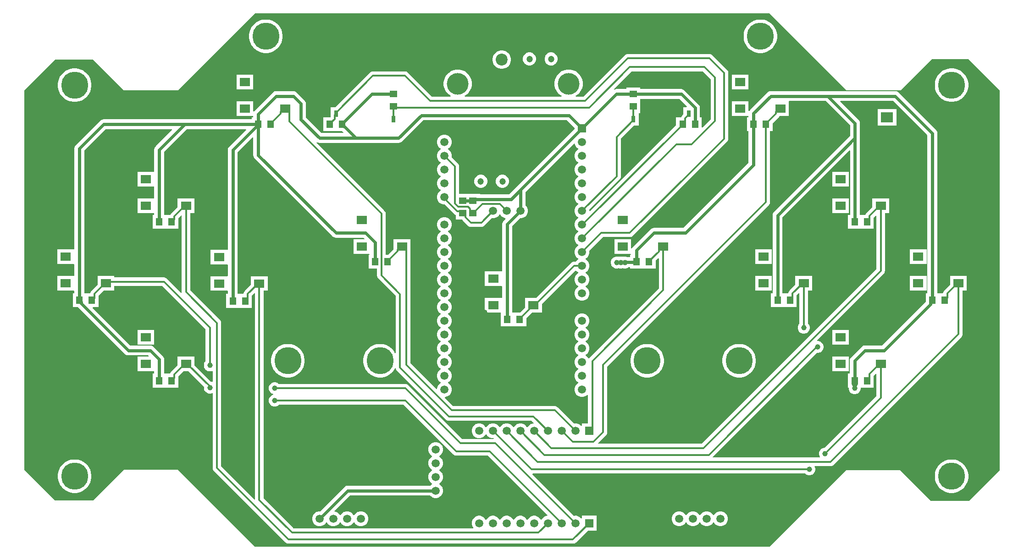
<source format=gtl>
G04*
G04 #@! TF.GenerationSoftware,Altium Limited,Altium Designer,23.0.1 (38)*
G04*
G04 Layer_Physical_Order=1*
G04 Layer_Color=255*
%FSLAX25Y25*%
%MOIN*%
G70*
G04*
G04 #@! TF.SameCoordinates,CBCD5F51-024F-4456-99E9-F8A3691CA7AB*
G04*
G04*
G04 #@! TF.FilePolarity,Positive*
G04*
G01*
G75*
%ADD17R,0.07500X0.05906*%
%ADD18R,0.05000X0.05500*%
%ADD19R,0.05500X0.05000*%
%ADD20R,0.03150X0.04724*%
%ADD35C,0.02362*%
%ADD36C,0.01378*%
%ADD37R,0.05984X0.05984*%
%ADD38C,0.05984*%
%ADD39C,0.04724*%
%ADD40C,0.08661*%
%ADD41R,0.09000X0.07500*%
%ADD42O,0.09000X0.07500*%
%ADD43R,0.05984X0.05984*%
%ADD44C,0.19685*%
%ADD45C,0.15748*%
%ADD46C,0.05000*%
%ADD47C,0.03937*%
G36*
X542176Y388717D02*
X598149Y332744D01*
X637658D01*
Y332754D01*
X660166Y355262D01*
X660172Y355256D01*
X686647D01*
X709300Y332603D01*
X709296Y332599D01*
Y56442D01*
X686993Y34139D01*
X686971Y34161D01*
X659476D01*
Y34208D01*
X637172Y56512D01*
X597911D01*
Y56503D01*
X542156Y747D01*
X542111Y793D01*
X168113D01*
X112129Y56776D01*
X72783D01*
Y56710D01*
X50561Y34487D01*
X50554Y34494D01*
X22797D01*
X507Y56785D01*
X543Y332633D01*
X22834Y354924D01*
X50323D01*
X72652Y332595D01*
X111985D01*
X168129Y388739D01*
X542176D01*
Y388717D01*
D02*
G37*
%LPC*%
G36*
X536461Y384205D02*
X534540D01*
X532642Y383904D01*
X530815Y383311D01*
X529103Y382438D01*
X527549Y381309D01*
X526191Y379951D01*
X525062Y378397D01*
X524190Y376685D01*
X523596Y374858D01*
X523295Y372960D01*
Y371040D01*
X523596Y369142D01*
X524190Y367315D01*
X525062Y365603D01*
X526191Y364049D01*
X527549Y362691D01*
X529103Y361562D01*
X530815Y360689D01*
X532642Y360096D01*
X534540Y359795D01*
X536461D01*
X538358Y360096D01*
X540185Y360689D01*
X541897Y361562D01*
X543451Y362691D01*
X544809Y364049D01*
X545938Y365603D01*
X546811Y367315D01*
X547404Y369142D01*
X547705Y371040D01*
Y372960D01*
X547404Y374858D01*
X546811Y376685D01*
X545938Y378397D01*
X544809Y379951D01*
X543451Y381309D01*
X541897Y382438D01*
X540185Y383311D01*
X538358Y383904D01*
X536461Y384205D01*
D02*
G37*
G36*
X176961D02*
X175040D01*
X173142Y383904D01*
X171315Y383311D01*
X169603Y382438D01*
X168049Y381309D01*
X166691Y379951D01*
X165562Y378397D01*
X164690Y376685D01*
X164096Y374858D01*
X163795Y372960D01*
Y371040D01*
X164096Y369142D01*
X164690Y367315D01*
X165562Y365603D01*
X166691Y364049D01*
X168049Y362691D01*
X169603Y361562D01*
X171315Y360689D01*
X173142Y360096D01*
X175040Y359795D01*
X176961D01*
X178858Y360096D01*
X180685Y360689D01*
X182397Y361562D01*
X183951Y362691D01*
X185309Y364049D01*
X186438Y365603D01*
X187311Y367315D01*
X187904Y369142D01*
X188205Y371040D01*
Y372960D01*
X187904Y374858D01*
X187311Y376685D01*
X186438Y378397D01*
X185309Y379951D01*
X183951Y381309D01*
X182397Y382438D01*
X180685Y383311D01*
X178858Y383904D01*
X176961Y384205D01*
D02*
G37*
G36*
X383991Y360224D02*
X382747D01*
X381545Y359902D01*
X380468Y359280D01*
X379589Y358401D01*
X378967Y357324D01*
X378645Y356122D01*
Y354878D01*
X378967Y353677D01*
X379589Y352599D01*
X380468Y351719D01*
X381545Y351098D01*
X382747Y350776D01*
X383991D01*
X385193Y351098D01*
X386270Y351719D01*
X387150Y352599D01*
X387772Y353677D01*
X388093Y354878D01*
Y356122D01*
X387772Y357324D01*
X387150Y358401D01*
X386270Y359280D01*
X385193Y359902D01*
X383991Y360224D01*
D02*
G37*
G36*
X368243D02*
X366999D01*
X365797Y359902D01*
X364720Y359280D01*
X363841Y358401D01*
X363219Y357324D01*
X362897Y356122D01*
Y354878D01*
X363219Y353677D01*
X363841Y352599D01*
X364720Y351719D01*
X365797Y351098D01*
X366999Y350776D01*
X368243D01*
X369445Y351098D01*
X370522Y351719D01*
X371402Y352599D01*
X372024Y353677D01*
X372345Y354878D01*
Y356122D01*
X372024Y357324D01*
X371402Y358401D01*
X370522Y359280D01*
X369445Y359902D01*
X368243Y360224D01*
D02*
G37*
G36*
X348170Y361693D02*
X346852D01*
X345559Y361436D01*
X344340Y360931D01*
X343244Y360199D01*
X342312Y359266D01*
X341580Y358170D01*
X341075Y356952D01*
X340818Y355659D01*
Y354341D01*
X341075Y353048D01*
X341580Y351830D01*
X342312Y350733D01*
X343244Y349801D01*
X344340Y349069D01*
X345559Y348564D01*
X346852Y348307D01*
X348170D01*
X349463Y348564D01*
X350681Y349069D01*
X351777Y349801D01*
X352710Y350733D01*
X353442Y351830D01*
X353946Y353048D01*
X354204Y354341D01*
Y355659D01*
X353946Y356952D01*
X353442Y358170D01*
X352710Y359266D01*
X351777Y360199D01*
X350681Y360931D01*
X349463Y361436D01*
X348170Y361693D01*
D02*
G37*
G36*
X526844Y343915D02*
X514620D01*
Y333285D01*
X526844D01*
Y343915D01*
D02*
G37*
G36*
X166844D02*
X154620D01*
Y333285D01*
X166844D01*
Y343915D01*
D02*
G37*
G36*
X498500Y359078D02*
X439000D01*
X438203Y358973D01*
X437769Y358792D01*
X437461Y358665D01*
X436824Y358176D01*
X406725Y328078D01*
X401344D01*
X401192Y328577D01*
X402646Y329549D01*
X404072Y330975D01*
X405192Y332651D01*
X405964Y334514D01*
X406357Y336492D01*
Y338508D01*
X405964Y340486D01*
X405192Y342349D01*
X404072Y344025D01*
X402646Y345451D01*
X400970Y346571D01*
X399107Y347343D01*
X397129Y347736D01*
X395113D01*
X393135Y347343D01*
X391272Y346571D01*
X389596Y345451D01*
X388170Y344025D01*
X387050Y342349D01*
X386278Y340486D01*
X385885Y338508D01*
Y336492D01*
X386278Y334514D01*
X387050Y332651D01*
X388170Y330975D01*
X389596Y329549D01*
X391050Y328577D01*
X390898Y328078D01*
X320718D01*
X320566Y328577D01*
X322020Y329549D01*
X323446Y330975D01*
X324566Y332651D01*
X325338Y334514D01*
X325731Y336492D01*
Y338508D01*
X325338Y340486D01*
X324566Y342349D01*
X323446Y344025D01*
X322020Y345451D01*
X320344Y346571D01*
X318481Y347343D01*
X316503Y347736D01*
X314487D01*
X312509Y347343D01*
X310646Y346571D01*
X308970Y345451D01*
X307544Y344025D01*
X306424Y342349D01*
X305652Y340486D01*
X305259Y338508D01*
Y336492D01*
X305652Y334514D01*
X306424Y332651D01*
X307544Y330975D01*
X308970Y329549D01*
X310424Y328577D01*
X310272Y328078D01*
X296775D01*
X279229Y345623D01*
X278592Y346112D01*
X278285Y346239D01*
X277850Y346420D01*
X277053Y346524D01*
X253939D01*
X253142Y346420D01*
X252400Y346112D01*
X251763Y345623D01*
X226585Y320445D01*
X223063D01*
Y315035D01*
X223037Y314835D01*
Y313139D01*
X223010Y313112D01*
X217638D01*
Y302888D01*
X231558D01*
X232410Y302036D01*
X232219Y301574D01*
X216480D01*
X205074Y312980D01*
Y323000D01*
X204952Y323925D01*
X204595Y324787D01*
X204027Y325527D01*
X204027Y325527D01*
X198527Y331027D01*
X197787Y331595D01*
X196925Y331952D01*
X196000Y332074D01*
X183500D01*
X182575Y331952D01*
X181713Y331595D01*
X180973Y331027D01*
X180973Y331027D01*
X167973Y318027D01*
X167405Y317287D01*
X167344Y317141D01*
X166844Y317240D01*
Y324615D01*
X154620D01*
Y313985D01*
X166636Y313985D01*
X166841Y313485D01*
X166637Y313112D01*
X165638D01*
Y311574D01*
X58000D01*
X57075Y311452D01*
X56213Y311095D01*
X55473Y310527D01*
X55473Y310527D01*
X37973Y293027D01*
X37405Y292287D01*
X37048Y291425D01*
X36926Y290500D01*
Y217285D01*
X36612Y216915D01*
X36426Y216915D01*
X24388D01*
Y206285D01*
X36426D01*
X36612Y206285D01*
X36926Y205915D01*
Y197985D01*
X36612Y197615D01*
X36426Y197615D01*
X24388D01*
Y186985D01*
X36426D01*
X36612Y186985D01*
X36926Y186615D01*
Y185112D01*
X35638D01*
Y174888D01*
X39558D01*
X73473Y140973D01*
X74213Y140405D01*
X75075Y140048D01*
X76000Y139926D01*
X76000Y139926D01*
X90520D01*
X90869Y139577D01*
X90677Y139115D01*
X82620D01*
Y128485D01*
X94844D01*
X94926Y128019D01*
Y126612D01*
X93638D01*
Y116388D01*
X112362D01*
Y123111D01*
X112389Y123311D01*
Y124665D01*
X116209Y128485D01*
X119728D01*
X131008Y117206D01*
X130972Y117070D01*
Y115930D01*
X131267Y114828D01*
X131837Y113841D01*
X132643Y113035D01*
X133631Y112464D01*
X134732Y112169D01*
X135872D01*
X136923Y112451D01*
X137101Y112409D01*
X137423Y112223D01*
Y58000D01*
X137527Y57204D01*
X137707Y56769D01*
X137835Y56461D01*
X138324Y55824D01*
X190324Y3824D01*
X190961Y3335D01*
X191269Y3207D01*
X191703Y3027D01*
X192500Y2922D01*
X399126D01*
X399923Y3027D01*
X400357Y3207D01*
X400665Y3335D01*
X401302Y3824D01*
X409998Y12520D01*
X416354D01*
Y23228D01*
X405646D01*
Y21497D01*
X405146Y21301D01*
X404288Y22159D01*
X403067Y22863D01*
X401705Y23228D01*
X400295D01*
X400061Y23166D01*
X369766Y53461D01*
X369957Y53922D01*
X567953D01*
X568341Y53535D01*
X569328Y52964D01*
X570430Y52669D01*
X571570D01*
X572672Y52964D01*
X573659Y53535D01*
X574465Y54341D01*
X575036Y55328D01*
X575331Y56430D01*
Y57570D01*
X575036Y58672D01*
X574852Y58990D01*
X575102Y59422D01*
X586500D01*
X587296Y59527D01*
X587731Y59707D01*
X588039Y59835D01*
X588676Y60324D01*
X681676Y153324D01*
X682165Y153961D01*
X682473Y154703D01*
X682578Y155500D01*
Y186985D01*
X685612D01*
Y197615D01*
X673388D01*
Y191337D01*
X669135Y187084D01*
X668646Y186447D01*
X668518Y186140D01*
X668338Y185705D01*
X668260Y185112D01*
X664074D01*
Y301500D01*
X663952Y302425D01*
X663595Y303287D01*
X663027Y304027D01*
X636027Y331027D01*
X635287Y331595D01*
X634425Y331952D01*
X633500Y332074D01*
X543000D01*
X543000Y332074D01*
X542075Y331952D01*
X541213Y331595D01*
X540473Y331027D01*
X527973Y318527D01*
X527405Y317787D01*
X527344Y317641D01*
X526844Y317740D01*
Y324615D01*
X514620D01*
Y313985D01*
X526636Y313985D01*
X526840Y313485D01*
X526637Y313112D01*
X525638D01*
Y302888D01*
X526926D01*
Y279980D01*
X479520Y232574D01*
X458000D01*
X458000Y232574D01*
X457075Y232452D01*
X456213Y232095D01*
X455473Y231527D01*
X442973Y219027D01*
X442405Y218287D01*
X442112Y217580D01*
X441612Y217680D01*
Y224315D01*
X429388D01*
Y213685D01*
X441157D01*
X441471Y213235D01*
X441476Y213185D01*
X441443Y213112D01*
X440638D01*
Y211324D01*
X439038D01*
X438672Y211536D01*
X437570Y211831D01*
X436430D01*
X435500Y211582D01*
X434570Y211831D01*
X433430D01*
X432500Y211582D01*
X431570Y211831D01*
X430430D01*
X429328Y211536D01*
X428341Y210965D01*
X427535Y210159D01*
X426964Y209172D01*
X426669Y208070D01*
Y206930D01*
X426964Y205828D01*
X427535Y204841D01*
X428341Y204035D01*
X429328Y203464D01*
X430430Y203169D01*
X431570D01*
X432500Y203418D01*
X433430Y203169D01*
X434570D01*
X435500Y203418D01*
X436430Y203169D01*
X437570D01*
X438672Y203464D01*
X439659Y204035D01*
X439801Y204176D01*
X440638D01*
Y202888D01*
X459362D01*
Y208760D01*
X461197Y210595D01*
X461659Y210403D01*
Y188511D01*
X411127Y137979D01*
X410916Y137705D01*
X410417Y137737D01*
X410100Y138288D01*
X409103Y139285D01*
X408363Y139711D01*
Y140289D01*
X409103Y140716D01*
X410100Y141712D01*
X410805Y142933D01*
X411169Y144295D01*
Y145705D01*
X410805Y147067D01*
X410100Y148288D01*
X409103Y149285D01*
X408363Y149711D01*
Y150289D01*
X409103Y150715D01*
X410100Y151712D01*
X410805Y152933D01*
X411169Y154295D01*
Y155705D01*
X410805Y157067D01*
X410100Y158288D01*
X409103Y159284D01*
X408363Y159711D01*
Y160289D01*
X409103Y160715D01*
X410100Y161712D01*
X410805Y162933D01*
X411169Y164295D01*
Y165705D01*
X410805Y167067D01*
X410100Y168288D01*
X409103Y169284D01*
X407882Y169989D01*
X406520Y170354D01*
X405110D01*
X403748Y169989D01*
X402527Y169284D01*
X401531Y168288D01*
X400826Y167067D01*
X400461Y165705D01*
Y164295D01*
X400826Y162933D01*
X401531Y161712D01*
X402527Y160715D01*
X403267Y160289D01*
Y159711D01*
X402527Y159284D01*
X401531Y158288D01*
X400826Y157067D01*
X400461Y155705D01*
Y154295D01*
X400826Y152933D01*
X401531Y151712D01*
X402527Y150715D01*
X403267Y150289D01*
Y149711D01*
X402527Y149285D01*
X401531Y148288D01*
X400826Y147067D01*
X400461Y145705D01*
Y144295D01*
X400826Y142933D01*
X401531Y141712D01*
X402527Y140716D01*
X403267Y140289D01*
Y139711D01*
X402527Y139285D01*
X401531Y138288D01*
X400826Y137067D01*
X400461Y135705D01*
Y134295D01*
X400826Y132933D01*
X401531Y131712D01*
X402527Y130716D01*
X403267Y130289D01*
Y129711D01*
X402527Y129285D01*
X401531Y128288D01*
X400826Y127067D01*
X400461Y125705D01*
Y124295D01*
X400826Y122933D01*
X401531Y121712D01*
X402527Y120715D01*
X403267Y120289D01*
Y119711D01*
X402527Y119284D01*
X401531Y118288D01*
X400826Y117067D01*
X400461Y115705D01*
Y114295D01*
X400826Y112933D01*
X401531Y111712D01*
X402527Y110715D01*
X403748Y110011D01*
X405110Y109646D01*
X406520D01*
X407882Y110011D01*
X409103Y110715D01*
X409726Y111338D01*
X410226Y111131D01*
Y90354D01*
X405646D01*
Y88623D01*
X405146Y88427D01*
X404288Y89284D01*
X403067Y89989D01*
X401705Y90354D01*
X400295D01*
X400061Y90292D01*
X388176Y102176D01*
X387539Y102665D01*
X387231Y102793D01*
X386796Y102973D01*
X386000Y103077D01*
X312275D01*
X306169Y109184D01*
X306360Y109646D01*
X306524D01*
X307886Y110011D01*
X309106Y110715D01*
X310103Y111712D01*
X310808Y112933D01*
X311173Y114295D01*
Y115705D01*
X310808Y117067D01*
X310103Y118288D01*
X309106Y119284D01*
X308367Y119711D01*
Y120289D01*
X309106Y120715D01*
X310103Y121712D01*
X310808Y122933D01*
X311173Y124295D01*
Y125705D01*
X310808Y127067D01*
X310103Y128288D01*
X309106Y129285D01*
X308367Y129711D01*
Y130289D01*
X309106Y130716D01*
X310103Y131712D01*
X310808Y132933D01*
X311173Y134295D01*
Y135705D01*
X310808Y137067D01*
X310103Y138288D01*
X309106Y139285D01*
X308367Y139711D01*
Y140289D01*
X309106Y140716D01*
X310103Y141712D01*
X310808Y142933D01*
X311173Y144295D01*
Y145705D01*
X310808Y147067D01*
X310103Y148288D01*
X309106Y149285D01*
X308367Y149711D01*
Y150289D01*
X309106Y150715D01*
X310103Y151712D01*
X310808Y152933D01*
X311173Y154295D01*
Y155705D01*
X310808Y157067D01*
X310103Y158288D01*
X309106Y159284D01*
X308367Y159711D01*
Y160289D01*
X309106Y160715D01*
X310103Y161712D01*
X310808Y162933D01*
X311173Y164295D01*
Y165705D01*
X310808Y167067D01*
X310103Y168288D01*
X309106Y169284D01*
X308367Y169711D01*
Y170289D01*
X309106Y170715D01*
X310103Y171712D01*
X310808Y172933D01*
X311173Y174295D01*
Y175705D01*
X310808Y177067D01*
X310103Y178288D01*
X309106Y179285D01*
X308367Y179711D01*
Y180289D01*
X309106Y180716D01*
X310103Y181712D01*
X310808Y182933D01*
X311173Y184295D01*
Y185705D01*
X310808Y187067D01*
X310103Y188288D01*
X309106Y189285D01*
X308367Y189711D01*
Y190289D01*
X309106Y190716D01*
X310103Y191712D01*
X310808Y192933D01*
X311173Y194295D01*
Y195705D01*
X310808Y197067D01*
X310103Y198288D01*
X309106Y199285D01*
X308367Y199711D01*
Y200289D01*
X309106Y200715D01*
X310103Y201712D01*
X310808Y202933D01*
X311173Y204295D01*
Y205705D01*
X310808Y207067D01*
X310103Y208288D01*
X309106Y209284D01*
X308367Y209711D01*
Y210289D01*
X309106Y210716D01*
X310103Y211712D01*
X310808Y212933D01*
X311173Y214295D01*
Y215705D01*
X310808Y217067D01*
X310103Y218288D01*
X309106Y219285D01*
X308367Y219711D01*
Y220289D01*
X309106Y220715D01*
X310103Y221712D01*
X310808Y222933D01*
X311173Y224295D01*
Y225705D01*
X310808Y227067D01*
X310103Y228288D01*
X309106Y229285D01*
X308367Y229711D01*
Y230289D01*
X309106Y230715D01*
X310103Y231712D01*
X310808Y232933D01*
X311173Y234295D01*
Y235705D01*
X310808Y237067D01*
X310103Y238288D01*
X309106Y239284D01*
X307886Y239989D01*
X306524Y240354D01*
X305114D01*
X303752Y239989D01*
X302531Y239284D01*
X301534Y238288D01*
X300829Y237067D01*
X300465Y235705D01*
Y234295D01*
X300829Y232933D01*
X301534Y231712D01*
X302531Y230715D01*
X303270Y230289D01*
Y229711D01*
X302531Y229285D01*
X301534Y228288D01*
X300829Y227067D01*
X300465Y225705D01*
Y224295D01*
X300829Y222933D01*
X301534Y221712D01*
X302531Y220715D01*
X303270Y220289D01*
Y219711D01*
X302531Y219285D01*
X301534Y218288D01*
X300829Y217067D01*
X300465Y215705D01*
Y214295D01*
X300829Y212933D01*
X301534Y211712D01*
X302531Y210716D01*
X303270Y210289D01*
Y209711D01*
X302531Y209284D01*
X301534Y208288D01*
X300829Y207067D01*
X300465Y205705D01*
Y204295D01*
X300829Y202933D01*
X301534Y201712D01*
X302531Y200715D01*
X303270Y200289D01*
Y199711D01*
X302531Y199285D01*
X301534Y198288D01*
X300829Y197067D01*
X300465Y195705D01*
Y194295D01*
X300829Y192933D01*
X301534Y191712D01*
X302531Y190716D01*
X303270Y190289D01*
Y189711D01*
X302531Y189285D01*
X301534Y188288D01*
X300829Y187067D01*
X300465Y185705D01*
Y184295D01*
X300829Y182933D01*
X301534Y181712D01*
X302531Y180716D01*
X303270Y180289D01*
Y179711D01*
X302531Y179285D01*
X301534Y178288D01*
X300829Y177067D01*
X300465Y175705D01*
Y174295D01*
X300829Y172933D01*
X301534Y171712D01*
X302531Y170715D01*
X303270Y170289D01*
Y169711D01*
X302531Y169284D01*
X301534Y168288D01*
X300829Y167067D01*
X300465Y165705D01*
Y164295D01*
X300829Y162933D01*
X301534Y161712D01*
X302531Y160715D01*
X303270Y160289D01*
Y159711D01*
X302531Y159284D01*
X301534Y158288D01*
X300829Y157067D01*
X300465Y155705D01*
Y154295D01*
X300829Y152933D01*
X301534Y151712D01*
X302531Y150715D01*
X303270Y150289D01*
Y149711D01*
X302531Y149285D01*
X301534Y148288D01*
X300829Y147067D01*
X300465Y145705D01*
Y144295D01*
X300829Y142933D01*
X301534Y141712D01*
X302531Y140716D01*
X303270Y140289D01*
Y139711D01*
X302531Y139285D01*
X301534Y138288D01*
X300829Y137067D01*
X300465Y135705D01*
Y134295D01*
X300829Y132933D01*
X301534Y131712D01*
X302531Y130716D01*
X303270Y130289D01*
Y129711D01*
X302531Y129285D01*
X301534Y128288D01*
X300829Y127067D01*
X300465Y125705D01*
Y124295D01*
X300829Y122933D01*
X301534Y121712D01*
X302531Y120715D01*
X303270Y120289D01*
Y119711D01*
X302531Y119284D01*
X301534Y118288D01*
X300829Y117067D01*
X300465Y115705D01*
Y115541D01*
X300003Y115350D01*
X281078Y134275D01*
Y213685D01*
X281081D01*
Y224315D01*
X268856D01*
Y216958D01*
X265010Y213112D01*
X263077D01*
Y243000D01*
X262973Y243796D01*
X262792Y244231D01*
X262665Y244539D01*
X262176Y245176D01*
X212631Y294722D01*
X212961Y295098D01*
X213213Y294905D01*
X214075Y294548D01*
X215000Y294426D01*
X241500D01*
X241500Y294426D01*
X241500Y294426D01*
X272500D01*
X273425Y294548D01*
X274287Y294905D01*
X275027Y295473D01*
X290480Y310926D01*
X394835D01*
X400461Y305300D01*
Y304700D01*
X358594Y262833D01*
X352835Y257074D01*
X331633D01*
Y257362D01*
X316578D01*
Y277319D01*
X316473Y278115D01*
X316165Y278858D01*
X315676Y279495D01*
X311110Y284061D01*
X311173Y284295D01*
Y285705D01*
X310808Y287067D01*
X310103Y288288D01*
X309106Y289284D01*
X308367Y289711D01*
Y290289D01*
X309106Y290716D01*
X310103Y291712D01*
X310808Y292933D01*
X311173Y294295D01*
Y295705D01*
X310808Y297067D01*
X310103Y298288D01*
X309106Y299285D01*
X307886Y299989D01*
X306524Y300354D01*
X305114D01*
X303752Y299989D01*
X302531Y299285D01*
X301534Y298288D01*
X300829Y297067D01*
X300465Y295705D01*
Y294295D01*
X300829Y292933D01*
X301534Y291712D01*
X302531Y290716D01*
X303270Y290289D01*
Y289711D01*
X302531Y289284D01*
X301534Y288288D01*
X300829Y287067D01*
X300465Y285705D01*
Y284295D01*
X300829Y282933D01*
X301534Y281712D01*
X302531Y280715D01*
X303270Y280289D01*
Y279711D01*
X302531Y279285D01*
X301534Y278288D01*
X300829Y277067D01*
X300465Y275705D01*
Y274295D01*
X300829Y272933D01*
X301534Y271712D01*
X302531Y270715D01*
X303270Y270289D01*
Y269711D01*
X302531Y269285D01*
X301534Y268288D01*
X300829Y267067D01*
X300465Y265705D01*
Y264295D01*
X300829Y262933D01*
X301534Y261712D01*
X302531Y260716D01*
X303270Y260289D01*
Y259711D01*
X302531Y259284D01*
X301534Y258288D01*
X300829Y257067D01*
X300465Y255705D01*
Y254295D01*
X300829Y252933D01*
X301534Y251712D01*
X302531Y250715D01*
X303752Y250011D01*
X305114Y249646D01*
X306002D01*
X313035Y242613D01*
X313673Y242124D01*
X314109Y241943D01*
Y238638D01*
X318649D01*
X319106Y238042D01*
X322824Y234324D01*
X323461Y233835D01*
X324203Y233527D01*
X325000Y233422D01*
X332621D01*
X333418Y233527D01*
X333852Y233707D01*
X334160Y233835D01*
X334797Y234324D01*
X340182Y239708D01*
X340416Y239646D01*
X341826D01*
X343188Y240011D01*
X344409Y240716D01*
X345406Y241712D01*
X345832Y242452D01*
X346410D01*
X346836Y241712D01*
X347833Y240716D01*
X349054Y240011D01*
X350092Y239733D01*
X350242Y239175D01*
X348973Y237906D01*
X348405Y237166D01*
X348048Y236304D01*
X347926Y235379D01*
Y201010D01*
X347465Y200915D01*
X347426Y200915D01*
X335241D01*
Y190285D01*
X347426D01*
X347465Y190285D01*
X347926Y190190D01*
Y181710D01*
X347465Y181615D01*
Y181615D01*
X335241D01*
Y170985D01*
X346638D01*
Y160888D01*
X365362D01*
Y166760D01*
X369587Y170985D01*
X376702D01*
Y177263D01*
X401026Y201587D01*
X401531Y201712D01*
X402527Y200715D01*
X403267Y200289D01*
Y199711D01*
X402527Y199285D01*
X401531Y198288D01*
X400826Y197067D01*
X400461Y195705D01*
Y194295D01*
X400826Y192933D01*
X401531Y191712D01*
X402527Y190716D01*
X403267Y190289D01*
Y189711D01*
X402527Y189285D01*
X401531Y188288D01*
X400826Y187067D01*
X400461Y185705D01*
Y184295D01*
X400826Y182933D01*
X401531Y181712D01*
X402527Y180716D01*
X403748Y180011D01*
X405110Y179646D01*
X406520D01*
X407882Y180011D01*
X409103Y180716D01*
X410100Y181712D01*
X410805Y182933D01*
X411169Y184295D01*
Y185705D01*
X410805Y187067D01*
X410100Y188288D01*
X409103Y189285D01*
X408363Y189711D01*
Y190289D01*
X409103Y190716D01*
X410100Y191712D01*
X410805Y192933D01*
X411169Y194295D01*
Y195705D01*
X410805Y197067D01*
X410100Y198288D01*
X409103Y199285D01*
X408363Y199711D01*
Y200289D01*
X409103Y200715D01*
X410100Y201712D01*
X410805Y202933D01*
X411169Y204295D01*
Y205705D01*
X410805Y207067D01*
X410100Y208288D01*
X409103Y209284D01*
X408363Y209711D01*
Y210289D01*
X409103Y210716D01*
X410100Y211712D01*
X410805Y212933D01*
X411169Y214295D01*
Y215705D01*
X411106Y215939D01*
X421090Y225922D01*
X440500D01*
X441296Y226027D01*
X441731Y226207D01*
X442039Y226335D01*
X442676Y226824D01*
X488176Y272324D01*
X488176Y272324D01*
X511176Y295324D01*
X511665Y295961D01*
X511793Y296269D01*
X511973Y296704D01*
X512078Y297500D01*
Y345500D01*
X511973Y346297D01*
X511665Y347039D01*
X511176Y347676D01*
X500676Y358176D01*
X500039Y358665D01*
X499731Y358792D01*
X499297Y358973D01*
X498500Y359078D01*
D02*
G37*
G36*
X675461Y348705D02*
X673539D01*
X671642Y348404D01*
X669815Y347811D01*
X668103Y346938D01*
X666549Y345809D01*
X665191Y344451D01*
X664062Y342897D01*
X663190Y341185D01*
X662596Y339358D01*
X662295Y337460D01*
Y335540D01*
X662596Y333642D01*
X663190Y331815D01*
X664062Y330103D01*
X665191Y328549D01*
X666549Y327191D01*
X668103Y326062D01*
X669815Y325189D01*
X671642Y324596D01*
X673539Y324295D01*
X675461D01*
X677358Y324596D01*
X679185Y325189D01*
X680897Y326062D01*
X682451Y327191D01*
X683809Y328549D01*
X684938Y330103D01*
X685811Y331815D01*
X686404Y333642D01*
X686705Y335540D01*
Y337460D01*
X686404Y339358D01*
X685811Y341185D01*
X684938Y342897D01*
X683809Y344451D01*
X682451Y345809D01*
X680897Y346938D01*
X679185Y347811D01*
X677358Y348404D01*
X675461Y348705D01*
D02*
G37*
G36*
X37961D02*
X36040D01*
X34142Y348404D01*
X32315Y347811D01*
X30603Y346938D01*
X29049Y345809D01*
X27691Y344451D01*
X26562Y342897D01*
X25690Y341185D01*
X25096Y339358D01*
X24795Y337460D01*
Y335540D01*
X25096Y333642D01*
X25690Y331815D01*
X26562Y330103D01*
X27691Y328549D01*
X29049Y327191D01*
X30603Y326062D01*
X32315Y325189D01*
X34142Y324596D01*
X36040Y324295D01*
X37961D01*
X39858Y324596D01*
X41685Y325189D01*
X43397Y326062D01*
X44951Y327191D01*
X46309Y328549D01*
X47438Y330103D01*
X48311Y331815D01*
X48904Y333642D01*
X49205Y335540D01*
Y337460D01*
X48904Y339358D01*
X48311Y341185D01*
X47438Y342897D01*
X46309Y344451D01*
X44951Y345809D01*
X43397Y346938D01*
X41685Y347811D01*
X39858Y348404D01*
X37961Y348705D01*
D02*
G37*
G36*
X348617Y271224D02*
X347373D01*
X346171Y270902D01*
X345094Y270281D01*
X344215Y269401D01*
X343593Y268323D01*
X343271Y267122D01*
Y265878D01*
X343593Y264676D01*
X344215Y263599D01*
X345094Y262719D01*
X346171Y262098D01*
X347373Y261776D01*
X348617D01*
X349819Y262098D01*
X350896Y262719D01*
X351776Y263599D01*
X352397Y264676D01*
X352719Y265878D01*
Y267122D01*
X352397Y268323D01*
X351776Y269401D01*
X350896Y270281D01*
X349819Y270902D01*
X348617Y271224D01*
D02*
G37*
G36*
X332869D02*
X331625D01*
X330423Y270902D01*
X329346Y270281D01*
X328467Y269401D01*
X327845Y268323D01*
X327523Y267122D01*
Y265878D01*
X327845Y264676D01*
X328467Y263599D01*
X329346Y262719D01*
X330423Y262098D01*
X331625Y261776D01*
X332869D01*
X334071Y262098D01*
X335148Y262719D01*
X336028Y263599D01*
X336649Y264676D01*
X336971Y265878D01*
Y267122D01*
X336649Y268323D01*
X336028Y269401D01*
X335148Y270281D01*
X334071Y270902D01*
X332869Y271224D01*
D02*
G37*
G36*
X675461Y64205D02*
X673539D01*
X671642Y63904D01*
X669815Y63311D01*
X668103Y62438D01*
X666549Y61309D01*
X665191Y59951D01*
X664062Y58397D01*
X663190Y56685D01*
X662596Y54858D01*
X662295Y52960D01*
Y51039D01*
X662596Y49142D01*
X663190Y47315D01*
X664062Y45603D01*
X665191Y44049D01*
X666549Y42691D01*
X668103Y41562D01*
X669815Y40689D01*
X671642Y40096D01*
X673539Y39795D01*
X675461D01*
X677358Y40096D01*
X679185Y40689D01*
X680897Y41562D01*
X682451Y42691D01*
X683809Y44049D01*
X684938Y45603D01*
X685811Y47315D01*
X686404Y49142D01*
X686705Y51039D01*
Y52960D01*
X686404Y54858D01*
X685811Y56685D01*
X684938Y58397D01*
X683809Y59951D01*
X682451Y61309D01*
X680897Y62438D01*
X679185Y63311D01*
X677358Y63904D01*
X675461Y64205D01*
D02*
G37*
G36*
X37961D02*
X36040D01*
X34142Y63904D01*
X32315Y63311D01*
X30603Y62438D01*
X29049Y61309D01*
X27691Y59951D01*
X26562Y58397D01*
X25690Y56685D01*
X25096Y54858D01*
X24795Y52960D01*
Y51039D01*
X25096Y49142D01*
X25690Y47315D01*
X26562Y45603D01*
X27691Y44049D01*
X29049Y42691D01*
X30603Y41562D01*
X32315Y40689D01*
X34142Y40096D01*
X36040Y39795D01*
X37961D01*
X39858Y40096D01*
X41685Y40689D01*
X43397Y41562D01*
X44951Y42691D01*
X46309Y44049D01*
X47438Y45603D01*
X48311Y47315D01*
X48904Y49142D01*
X49205Y51039D01*
Y52960D01*
X48904Y54858D01*
X48311Y56685D01*
X47438Y58397D01*
X46309Y59951D01*
X44951Y61309D01*
X43397Y62438D01*
X41685Y63311D01*
X39858Y63904D01*
X37961Y64205D01*
D02*
G37*
G36*
X507205Y26354D02*
X505795D01*
X504433Y25989D01*
X503212Y25284D01*
X502215Y24288D01*
X501789Y23548D01*
X501211D01*
X500785Y24288D01*
X499788Y25284D01*
X498567Y25989D01*
X497205Y26354D01*
X495795D01*
X494433Y25989D01*
X493212Y25284D01*
X492215Y24288D01*
X491789Y23548D01*
X491211D01*
X490785Y24288D01*
X489788Y25284D01*
X488567Y25989D01*
X487205Y26354D01*
X485795D01*
X484433Y25989D01*
X483212Y25284D01*
X482215Y24288D01*
X481789Y23548D01*
X481211D01*
X480785Y24288D01*
X479788Y25284D01*
X478567Y25989D01*
X477205Y26354D01*
X475795D01*
X474433Y25989D01*
X473212Y25284D01*
X472216Y24288D01*
X471511Y23067D01*
X471146Y21705D01*
Y20295D01*
X471511Y18933D01*
X472216Y17712D01*
X473212Y16715D01*
X474433Y16011D01*
X475795Y15646D01*
X477205D01*
X478567Y16011D01*
X479788Y16715D01*
X480785Y17712D01*
X481211Y18452D01*
X481789D01*
X482215Y17712D01*
X483212Y16715D01*
X484433Y16011D01*
X485795Y15646D01*
X487205D01*
X488567Y16011D01*
X489788Y16715D01*
X490785Y17712D01*
X491211Y18452D01*
X491789D01*
X492215Y17712D01*
X493212Y16715D01*
X494433Y16011D01*
X495795Y15646D01*
X497205D01*
X498567Y16011D01*
X499788Y16715D01*
X500785Y17712D01*
X501211Y18452D01*
X501789D01*
X502215Y17712D01*
X503212Y16715D01*
X504433Y16011D01*
X505795Y15646D01*
X507205D01*
X508567Y16011D01*
X509788Y16715D01*
X510785Y17712D01*
X511489Y18933D01*
X511854Y20295D01*
Y21705D01*
X511489Y23067D01*
X510785Y24288D01*
X509788Y25284D01*
X508567Y25989D01*
X507205Y26354D01*
D02*
G37*
%LPD*%
G36*
X499423Y340725D02*
Y311775D01*
X493324Y305676D01*
X492862Y305868D01*
Y313112D01*
X491574D01*
Y320000D01*
X491452Y320925D01*
X491095Y321787D01*
X490527Y322527D01*
X480527Y332527D01*
X479787Y333095D01*
X478925Y333452D01*
X478000Y333574D01*
X448233D01*
Y334862D01*
X438009D01*
Y333574D01*
X430815D01*
X429890Y333452D01*
X429244Y333184D01*
X428961Y333608D01*
X441876Y346523D01*
X493624D01*
X499423Y340725D01*
D02*
G37*
G36*
X482039Y320907D02*
X481848Y320445D01*
X479563D01*
Y315348D01*
X478635Y314420D01*
X478146Y313783D01*
X478019Y313475D01*
X477868Y313112D01*
X474138D01*
Y307240D01*
X411669Y244772D01*
X411169Y244979D01*
Y245705D01*
X411106Y245939D01*
X433176Y268009D01*
X433665Y268646D01*
X433973Y269389D01*
X434078Y270185D01*
Y297596D01*
X443536Y307055D01*
X447058D01*
Y316138D01*
X448233D01*
Y325138D01*
Y326426D01*
X476520D01*
X482039Y320907D01*
D02*
G37*
G36*
X107910Y303964D02*
X95973Y292027D01*
X95405Y291287D01*
X95048Y290425D01*
X94926Y289500D01*
Y273881D01*
X94844Y273415D01*
X94426Y273415D01*
X82620D01*
Y262785D01*
X94426D01*
X94844Y262785D01*
X94926Y262319D01*
Y254581D01*
X94844Y254115D01*
X94426Y254115D01*
X82620D01*
Y243485D01*
X94426D01*
X94844Y243485D01*
X94926Y243019D01*
Y242112D01*
X93638D01*
Y231888D01*
X112362D01*
Y238611D01*
X112389Y238811D01*
Y239665D01*
X114461Y241737D01*
X114922Y241546D01*
Y186000D01*
X114978Y185582D01*
X114504Y185348D01*
X104176Y195676D01*
X103539Y196165D01*
X103231Y196292D01*
X102796Y196473D01*
X102000Y196578D01*
X65848D01*
Y197615D01*
X53624D01*
Y191237D01*
X49135Y186748D01*
X48646Y186111D01*
X48518Y185803D01*
X48338Y185369D01*
X48305Y185112D01*
X44074D01*
Y289020D01*
X59480Y304426D01*
X107719D01*
X107910Y303964D01*
D02*
G37*
G36*
X400548Y293971D02*
X400826Y292933D01*
X401531Y291712D01*
X402527Y290716D01*
X403267Y290289D01*
Y289711D01*
X402527Y289284D01*
X401531Y288288D01*
X400826Y287067D01*
X400461Y285705D01*
Y284295D01*
X400826Y282933D01*
X401531Y281712D01*
X402527Y280715D01*
X403267Y280289D01*
Y279711D01*
X402527Y279285D01*
X401531Y278288D01*
X400826Y277067D01*
X400461Y275705D01*
Y274295D01*
X400826Y272933D01*
X401531Y271712D01*
X402527Y270715D01*
X403267Y270289D01*
Y269711D01*
X402527Y269285D01*
X401531Y268288D01*
X400826Y267067D01*
X400461Y265705D01*
Y264295D01*
X400826Y262933D01*
X401531Y261712D01*
X402527Y260716D01*
X403267Y260289D01*
Y259711D01*
X402527Y259284D01*
X401531Y258288D01*
X400826Y257067D01*
X400461Y255705D01*
Y254295D01*
X400826Y252933D01*
X401531Y251712D01*
X402527Y250715D01*
X403267Y250289D01*
Y249711D01*
X402527Y249285D01*
X401531Y248288D01*
X400826Y247067D01*
X400461Y245705D01*
Y244295D01*
X400826Y242933D01*
X401531Y241712D01*
X402527Y240716D01*
X403267Y240289D01*
Y239711D01*
X402527Y239284D01*
X401531Y238288D01*
X400826Y237067D01*
X400461Y235705D01*
Y234295D01*
X400826Y232933D01*
X401531Y231712D01*
X402527Y230715D01*
X403267Y230289D01*
Y229711D01*
X402527Y229285D01*
X401531Y228288D01*
X400826Y227067D01*
X400461Y225705D01*
Y224295D01*
X400826Y222933D01*
X401531Y221712D01*
X402527Y220715D01*
X403267Y220289D01*
Y219711D01*
X402527Y219285D01*
X401531Y218288D01*
X400826Y217067D01*
X400461Y215705D01*
Y214295D01*
X400826Y212933D01*
X401531Y211712D01*
X402527Y210716D01*
X403267Y210289D01*
Y209711D01*
X402527Y209284D01*
X401531Y208288D01*
X401409Y208078D01*
X400087D01*
X399290Y207973D01*
X398548Y207665D01*
X397911Y207176D01*
X372349Y181615D01*
X364477D01*
Y174579D01*
X361010Y171112D01*
X355074D01*
Y233899D01*
X360821Y239646D01*
X361826D01*
X363188Y240011D01*
X364409Y240716D01*
X365406Y241712D01*
X366110Y242933D01*
X366475Y244295D01*
Y245705D01*
X366110Y247067D01*
X365406Y248288D01*
X364695Y248998D01*
Y258826D01*
X399990Y294121D01*
X400548Y293971D01*
D02*
G37*
G36*
X166926Y298469D02*
Y285500D01*
X167048Y284575D01*
X167405Y283713D01*
X167973Y282973D01*
X224473Y226473D01*
X225213Y225905D01*
X226075Y225548D01*
X227000Y225426D01*
X247020D01*
X247669Y224777D01*
X247478Y224315D01*
X239620D01*
Y213685D01*
X251270D01*
X251506Y213185D01*
X251447Y213112D01*
X250638D01*
Y202888D01*
X256923D01*
Y198000D01*
X257027Y197204D01*
X257207Y196769D01*
X257335Y196461D01*
X257824Y195824D01*
X270423Y183225D01*
Y141567D01*
X269922Y141447D01*
X269438Y142397D01*
X268309Y143951D01*
X266951Y145309D01*
X265397Y146438D01*
X263685Y147311D01*
X261858Y147904D01*
X259961Y148205D01*
X258039D01*
X256142Y147904D01*
X254315Y147311D01*
X252603Y146438D01*
X251049Y145309D01*
X249691Y143951D01*
X248562Y142397D01*
X247690Y140685D01*
X247096Y138858D01*
X246795Y136960D01*
Y135039D01*
X247096Y133142D01*
X247690Y131315D01*
X248562Y129603D01*
X249691Y128049D01*
X251049Y126691D01*
X252603Y125562D01*
X254315Y124689D01*
X256142Y124096D01*
X258039Y123795D01*
X259961D01*
X261858Y124096D01*
X263685Y124689D01*
X265397Y125562D01*
X266951Y126691D01*
X268309Y128049D01*
X269438Y129603D01*
X269966Y130638D01*
X270482Y130550D01*
X270527Y130203D01*
X270708Y129769D01*
X270835Y129461D01*
X271324Y128824D01*
X306824Y93324D01*
X307461Y92835D01*
X308204Y92527D01*
X309000Y92422D01*
X369225D01*
X370831Y90816D01*
X370640Y90354D01*
X370295D01*
X368933Y89989D01*
X367712Y89284D01*
X366716Y88288D01*
X366289Y87548D01*
X365711D01*
X365284Y88288D01*
X364288Y89284D01*
X363067Y89989D01*
X361705Y90354D01*
X360295D01*
X358933Y89989D01*
X357712Y89284D01*
X356715Y88288D01*
X356289Y87548D01*
X355711D01*
X355285Y88288D01*
X354288Y89284D01*
X353067Y89989D01*
X351705Y90354D01*
X350295D01*
X348933Y89989D01*
X347712Y89284D01*
X346715Y88288D01*
X346289Y87548D01*
X345711D01*
X345285Y88288D01*
X344288Y89284D01*
X343067Y89989D01*
X341705Y90354D01*
X340295D01*
X338933Y89989D01*
X337712Y89284D01*
X336716Y88288D01*
X336289Y87548D01*
X335711D01*
X335284Y88288D01*
X334288Y89284D01*
X333067Y89989D01*
X331705Y90354D01*
X330295D01*
X328933Y89989D01*
X327712Y89284D01*
X326715Y88288D01*
X326011Y87067D01*
X325646Y85705D01*
Y84295D01*
X326011Y82933D01*
X326715Y81712D01*
X327712Y80716D01*
X328933Y80011D01*
X330295Y79646D01*
X331705D01*
X333067Y80011D01*
X334288Y80716D01*
X335284Y81712D01*
X335711Y82452D01*
X336289D01*
X336716Y81712D01*
X337712Y80716D01*
X338933Y80011D01*
X340295Y79646D01*
X341611D01*
X341680Y79577D01*
X341484Y79102D01*
X341458Y79078D01*
X318775D01*
X279676Y118176D01*
X279039Y118665D01*
X278731Y118792D01*
X278296Y118973D01*
X277500Y119078D01*
X185547D01*
X185159Y119465D01*
X184172Y120036D01*
X183070Y120331D01*
X181930D01*
X180828Y120036D01*
X179841Y119465D01*
X179035Y118659D01*
X178464Y117672D01*
X178169Y116570D01*
Y115430D01*
X178464Y114328D01*
X179035Y113341D01*
X179841Y112535D01*
X180828Y111964D01*
X181596Y111759D01*
Y111241D01*
X180828Y111036D01*
X179841Y110465D01*
X179035Y109659D01*
X178464Y108672D01*
X178169Y107570D01*
Y106430D01*
X178464Y105328D01*
X179035Y104341D01*
X179841Y103535D01*
X180828Y102964D01*
X181930Y102669D01*
X183070D01*
X184172Y102964D01*
X185159Y103535D01*
X185547Y103922D01*
X276225D01*
X312324Y67824D01*
X312961Y67335D01*
X313269Y67207D01*
X313703Y67027D01*
X314500Y66922D01*
X337599D01*
X380832Y23690D01*
X380640Y23228D01*
X380295D01*
X378933Y22863D01*
X377712Y22159D01*
X376715Y21162D01*
X376289Y20422D01*
X375711D01*
X375285Y21162D01*
X374288Y22159D01*
X373067Y22863D01*
X371705Y23228D01*
X370295D01*
X368933Y22863D01*
X367712Y22159D01*
X366716Y21162D01*
X366289Y20422D01*
X365711D01*
X365284Y21162D01*
X364288Y22159D01*
X363067Y22863D01*
X361705Y23228D01*
X360295D01*
X358933Y22863D01*
X357712Y22159D01*
X356715Y21162D01*
X356289Y20422D01*
X355711D01*
X355285Y21162D01*
X354288Y22159D01*
X353067Y22863D01*
X351705Y23228D01*
X350295D01*
X348933Y22863D01*
X347712Y22159D01*
X346715Y21162D01*
X346289Y20422D01*
X345711D01*
X345285Y21162D01*
X344288Y22159D01*
X343067Y22863D01*
X341705Y23228D01*
X340295D01*
X338933Y22863D01*
X337712Y22159D01*
X336716Y21162D01*
X336289Y20422D01*
X335711D01*
X335284Y21162D01*
X334288Y22159D01*
X333067Y22863D01*
X331705Y23228D01*
X330295D01*
X328933Y22863D01*
X327712Y22159D01*
X326715Y21162D01*
X326011Y19941D01*
X325646Y18579D01*
Y17169D01*
X326011Y15807D01*
X326715Y14586D01*
X326762Y14539D01*
X326571Y14077D01*
X196275D01*
X174314Y36039D01*
Y186885D01*
X177348D01*
Y197515D01*
X165124D01*
Y191237D01*
X160635Y186748D01*
X160146Y186111D01*
X160019Y185803D01*
X159838Y185369D01*
X159739Y184612D01*
X155574D01*
Y287770D01*
X166464Y298660D01*
X166926Y298469D01*
D02*
G37*
G36*
X132225Y158923D02*
Y135606D01*
X131837Y135218D01*
X131267Y134230D01*
X130972Y133129D01*
Y131989D01*
X131267Y130887D01*
X131837Y129900D01*
X132643Y129093D01*
X133631Y128523D01*
X134732Y128228D01*
X135872D01*
X136923Y128509D01*
X137101Y128468D01*
X137423Y128282D01*
Y120776D01*
X137101Y120591D01*
X136923Y120549D01*
X136166Y120752D01*
X124081Y132837D01*
Y139115D01*
X111856D01*
Y132837D01*
X107135Y128116D01*
X106646Y127479D01*
X106518Y127171D01*
X106338Y126736D01*
X106322Y126612D01*
X102074D01*
Y137000D01*
X101952Y137925D01*
X101595Y138787D01*
X101027Y139527D01*
X94527Y146027D01*
X93787Y146595D01*
X92925Y146952D01*
X92000Y147074D01*
X77480D01*
X50128Y174426D01*
X50320Y174888D01*
X54362D01*
Y181111D01*
X54388Y181311D01*
Y183297D01*
X58076Y186985D01*
X65848D01*
Y190422D01*
X100725D01*
X132225Y158923D01*
D02*
G37*
G36*
X600676Y307270D02*
Y299480D01*
X545473Y244277D01*
X544905Y243537D01*
X544548Y242675D01*
X544426Y241750D01*
Y185112D01*
X543138D01*
Y174888D01*
X561862D01*
Y181611D01*
X561889Y181811D01*
Y183633D01*
X563461Y185205D01*
X563923Y185014D01*
Y163047D01*
X563535Y162659D01*
X562964Y161672D01*
X562669Y160570D01*
Y159430D01*
X562964Y158328D01*
X563535Y157341D01*
X564341Y156535D01*
X565328Y155964D01*
X566430Y155669D01*
X567570D01*
X568672Y155964D01*
X569659Y156535D01*
X570465Y157341D01*
X571036Y158328D01*
X571331Y159430D01*
Y160570D01*
X571036Y161672D01*
X570465Y162659D01*
X570078Y163047D01*
Y186985D01*
X573112D01*
Y197615D01*
X560888D01*
Y191337D01*
X556635Y187084D01*
X556146Y186447D01*
X556018Y186140D01*
X555838Y185705D01*
X555760Y185112D01*
X551574D01*
Y240270D01*
X600214Y288910D01*
X600676Y288719D01*
Y242112D01*
X599138D01*
Y231888D01*
X617862D01*
Y238611D01*
X617889Y238811D01*
Y240165D01*
X619429Y241706D01*
X619891Y241514D01*
Y202743D01*
X492725Y75577D01*
X417583D01*
X417392Y76039D01*
X423176Y81824D01*
X423665Y82461D01*
X423973Y83204D01*
X424078Y84000D01*
Y131725D01*
X541676Y249324D01*
X542165Y249961D01*
X542293Y250269D01*
X542473Y250704D01*
X542578Y251500D01*
Y302888D01*
X544362D01*
Y308760D01*
X549084Y313481D01*
X549470Y313985D01*
X556081D01*
Y324615D01*
X556452Y324926D01*
X583020D01*
X600676Y307270D01*
D02*
G37*
G36*
X656926Y300020D02*
Y185112D01*
X655638D01*
Y178913D01*
X655607Y178681D01*
Y178662D01*
X624020Y147074D01*
X611500D01*
X610575Y146952D01*
X609713Y146595D01*
X608973Y146027D01*
X601473Y138527D01*
X600905Y137787D01*
X600548Y136925D01*
X600426Y136000D01*
Y126612D01*
X599138D01*
Y116388D01*
X599669D01*
Y115430D01*
X599964Y114328D01*
X600535Y113341D01*
X601341Y112535D01*
X602328Y111964D01*
X603430Y111669D01*
X604570D01*
X605672Y111964D01*
X606659Y112535D01*
X607465Y113341D01*
X608036Y114328D01*
X608331Y115430D01*
Y116388D01*
X617862D01*
Y123111D01*
X617889Y123311D01*
Y125165D01*
X619429Y126706D01*
X619891Y126514D01*
Y110243D01*
X582479Y72831D01*
X581930D01*
X580828Y72536D01*
X579841Y71965D01*
X579035Y71159D01*
X578464Y70172D01*
X578169Y69070D01*
Y67930D01*
X578464Y66828D01*
X578898Y66078D01*
X578619Y65578D01*
X501083D01*
X500892Y66039D01*
X576521Y141669D01*
X577570D01*
X578672Y141964D01*
X579659Y142535D01*
X580465Y143341D01*
X581036Y144328D01*
X581331Y145430D01*
Y146570D01*
X581036Y147672D01*
X580465Y148659D01*
X579659Y149465D01*
X578672Y150036D01*
X577570Y150331D01*
X576890D01*
X576683Y150831D01*
X625144Y199292D01*
X625634Y199930D01*
X625941Y200672D01*
X626046Y201468D01*
Y243485D01*
X629081D01*
Y254115D01*
X616856D01*
Y247837D01*
X612635Y243616D01*
X612146Y242979D01*
X612018Y242671D01*
X611838Y242236D01*
X611822Y242112D01*
X607824D01*
Y298000D01*
Y308750D01*
X607702Y309675D01*
X607345Y310537D01*
X606777Y311277D01*
X593590Y324464D01*
X593781Y324926D01*
X632020D01*
X656926Y300020D01*
D02*
G37*
G36*
X161660Y303964D02*
X149473Y291777D01*
X148905Y291037D01*
X148548Y290175D01*
X148426Y289250D01*
Y217185D01*
X148112Y216815D01*
X147926Y216815D01*
X135888D01*
Y206185D01*
X147926D01*
X148112Y206185D01*
X148426Y205815D01*
Y197885D01*
X148112Y197515D01*
X147926Y197515D01*
X135888D01*
Y186885D01*
X147926D01*
X148112Y186885D01*
X148426Y186515D01*
Y184612D01*
X147138D01*
Y174388D01*
X165862D01*
Y181111D01*
X165889Y181311D01*
Y183297D01*
X167697Y185106D01*
X168159Y184914D01*
Y35401D01*
X167659Y35193D01*
X143578Y59275D01*
Y163500D01*
X143473Y164296D01*
X143165Y165039D01*
X142676Y165676D01*
X121078Y187275D01*
Y243485D01*
X124081D01*
Y254115D01*
X111856D01*
Y247837D01*
X107135Y243116D01*
X106646Y242479D01*
X106494Y242112D01*
X102074D01*
Y288020D01*
X118480Y304426D01*
X161469D01*
X161660Y303964D01*
D02*
G37*
%LPC*%
G36*
X192961Y148205D02*
X191040D01*
X189142Y147904D01*
X187315Y147311D01*
X185603Y146438D01*
X184049Y145309D01*
X182691Y143951D01*
X181562Y142397D01*
X180690Y140685D01*
X180096Y138858D01*
X179795Y136960D01*
Y135039D01*
X180096Y133142D01*
X180690Y131315D01*
X181562Y129603D01*
X182691Y128049D01*
X184049Y126691D01*
X185603Y125562D01*
X187315Y124689D01*
X189142Y124096D01*
X191040Y123795D01*
X192961D01*
X194858Y124096D01*
X196685Y124689D01*
X198397Y125562D01*
X199951Y126691D01*
X201309Y128049D01*
X202438Y129603D01*
X203311Y131315D01*
X203904Y133142D01*
X204205Y135039D01*
Y136960D01*
X203904Y138858D01*
X203311Y140685D01*
X202438Y142397D01*
X201309Y143951D01*
X199951Y145309D01*
X198397Y146438D01*
X196685Y147311D01*
X194858Y147904D01*
X192961Y148205D01*
D02*
G37*
G36*
X300110Y76855D02*
X298700D01*
X297339Y76490D01*
X296118Y75785D01*
X295121Y74788D01*
X294416Y73567D01*
X294051Y72206D01*
Y70796D01*
X294416Y69434D01*
X295121Y68213D01*
X296118Y67216D01*
X296857Y66790D01*
Y66212D01*
X296118Y65785D01*
X295121Y64788D01*
X294416Y63568D01*
X294051Y62206D01*
Y60796D01*
X294416Y59434D01*
X295121Y58213D01*
X296118Y57216D01*
X296857Y56789D01*
Y56212D01*
X296118Y55785D01*
X295121Y54788D01*
X294416Y53567D01*
X294051Y52206D01*
Y50796D01*
X294416Y49434D01*
X295121Y48213D01*
X296118Y47216D01*
X296857Y46790D01*
Y46212D01*
X296118Y45785D01*
X295407Y45075D01*
X235501D01*
X234576Y44953D01*
X233714Y44596D01*
X232974Y44028D01*
X215300Y26354D01*
X214295D01*
X212933Y25989D01*
X211712Y25284D01*
X210716Y24288D01*
X210011Y23067D01*
X209646Y21705D01*
Y20295D01*
X210011Y18933D01*
X210716Y17712D01*
X211712Y16715D01*
X212933Y16011D01*
X214295Y15646D01*
X215705D01*
X217067Y16011D01*
X218288Y16715D01*
X219285Y17712D01*
X219711Y18452D01*
X220289D01*
X220715Y17712D01*
X221712Y16715D01*
X222933Y16011D01*
X224295Y15646D01*
X225705D01*
X227067Y16011D01*
X228288Y16715D01*
X229285Y17712D01*
X229711Y18452D01*
X230289D01*
X230715Y17712D01*
X231712Y16715D01*
X232933Y16011D01*
X234295Y15646D01*
X235705D01*
X237067Y16011D01*
X238288Y16715D01*
X239284Y17712D01*
X239711Y18452D01*
X240289D01*
X240716Y17712D01*
X241712Y16715D01*
X242933Y16011D01*
X244295Y15646D01*
X245705D01*
X247067Y16011D01*
X248288Y16715D01*
X249285Y17712D01*
X249990Y18933D01*
X250354Y20295D01*
Y21705D01*
X249990Y23067D01*
X249285Y24288D01*
X248288Y25284D01*
X247067Y25989D01*
X245705Y26354D01*
X244295D01*
X242933Y25989D01*
X241712Y25284D01*
X240716Y24288D01*
X240289Y23548D01*
X239711D01*
X239284Y24288D01*
X238288Y25284D01*
X237067Y25989D01*
X235705Y26354D01*
X234295D01*
X232933Y25989D01*
X231712Y25284D01*
X230715Y24288D01*
X230289Y23548D01*
X229711D01*
X229285Y24288D01*
X228288Y25284D01*
X227067Y25989D01*
X226029Y26267D01*
X225879Y26825D01*
X236981Y37927D01*
X295407D01*
X296118Y37216D01*
X297339Y36511D01*
X298700Y36147D01*
X300110D01*
X301472Y36511D01*
X302693Y37216D01*
X303690Y38213D01*
X304395Y39434D01*
X304760Y40796D01*
Y42206D01*
X304395Y43567D01*
X303690Y44788D01*
X302693Y45785D01*
X301954Y46212D01*
Y46790D01*
X302693Y47216D01*
X303690Y48213D01*
X304395Y49434D01*
X304760Y50796D01*
Y52206D01*
X304395Y53567D01*
X303690Y54788D01*
X302693Y55785D01*
X301954Y56212D01*
Y56789D01*
X302693Y57216D01*
X303690Y58213D01*
X304395Y59434D01*
X304760Y60796D01*
Y62206D01*
X304395Y63568D01*
X303690Y64788D01*
X302693Y65785D01*
X301954Y66212D01*
Y66790D01*
X302693Y67216D01*
X303690Y68213D01*
X304395Y69434D01*
X304760Y70796D01*
Y72206D01*
X304395Y73567D01*
X303690Y74788D01*
X302693Y75785D01*
X301472Y76490D01*
X300110Y76855D01*
D02*
G37*
G36*
X94844Y158415D02*
X82620D01*
Y147785D01*
X94844D01*
Y158415D01*
D02*
G37*
G36*
X599844Y273415D02*
X587620D01*
Y262785D01*
X599844D01*
Y273415D01*
D02*
G37*
G36*
Y254115D02*
X587620D01*
Y243485D01*
X599844D01*
Y254115D01*
D02*
G37*
G36*
X543876Y216915D02*
X531652D01*
Y206285D01*
X543876D01*
Y216915D01*
D02*
G37*
G36*
Y197615D02*
X531652D01*
Y186985D01*
X543876D01*
Y197615D01*
D02*
G37*
G36*
X520961Y148205D02*
X519039D01*
X517142Y147904D01*
X515315Y147311D01*
X513603Y146438D01*
X512049Y145309D01*
X510691Y143951D01*
X509562Y142397D01*
X508689Y140685D01*
X508096Y138858D01*
X507795Y136960D01*
Y135039D01*
X508096Y133142D01*
X508689Y131315D01*
X509562Y129603D01*
X510691Y128049D01*
X512049Y126691D01*
X513603Y125562D01*
X515315Y124689D01*
X517142Y124096D01*
X519039Y123795D01*
X520961D01*
X522858Y124096D01*
X524685Y124689D01*
X526397Y125562D01*
X527951Y126691D01*
X529309Y128049D01*
X530438Y129603D01*
X531311Y131315D01*
X531904Y133142D01*
X532205Y135039D01*
Y136960D01*
X531904Y138858D01*
X531311Y140685D01*
X530438Y142397D01*
X529309Y143951D01*
X527951Y145309D01*
X526397Y146438D01*
X524685Y147311D01*
X522858Y147904D01*
X520961Y148205D01*
D02*
G37*
G36*
X454177D02*
X452256D01*
X450359Y147904D01*
X448532Y147311D01*
X446820Y146438D01*
X445266Y145309D01*
X443907Y143951D01*
X442778Y142397D01*
X441906Y140685D01*
X441312Y138858D01*
X441012Y136960D01*
Y135039D01*
X441312Y133142D01*
X441906Y131315D01*
X442778Y129603D01*
X443907Y128049D01*
X445266Y126691D01*
X446820Y125562D01*
X448532Y124689D01*
X450359Y124096D01*
X452256Y123795D01*
X454177D01*
X456075Y124096D01*
X457902Y124689D01*
X459613Y125562D01*
X461167Y126691D01*
X462526Y128049D01*
X463655Y129603D01*
X464527Y131315D01*
X465121Y133142D01*
X465421Y135039D01*
Y136960D01*
X465121Y138858D01*
X464527Y140685D01*
X463655Y142397D01*
X462526Y143951D01*
X461167Y145309D01*
X459613Y146438D01*
X457902Y147311D01*
X456075Y147904D01*
X454177Y148205D01*
D02*
G37*
G36*
X634362Y319112D02*
X620638D01*
Y306888D01*
X634362D01*
Y319112D01*
D02*
G37*
G36*
X656376Y216915D02*
X644152D01*
Y206285D01*
X656376D01*
Y216915D01*
D02*
G37*
G36*
Y197615D02*
X644152D01*
Y186985D01*
X656376D01*
Y197615D01*
D02*
G37*
G36*
X599844Y158415D02*
X587620D01*
Y147785D01*
X599844D01*
Y158415D01*
D02*
G37*
G36*
Y139115D02*
X587620D01*
Y128485D01*
X599844D01*
Y139115D01*
D02*
G37*
%LPD*%
D17*
X245732Y219000D02*
D03*
X274968D02*
D03*
X245732Y238300D02*
D03*
X274968D02*
D03*
X59736Y211600D02*
D03*
X117968Y153100D02*
D03*
X171236Y211500D02*
D03*
X117968Y268100D02*
D03*
X189968Y338600D02*
D03*
X549968D02*
D03*
X464736Y238300D02*
D03*
X567000Y211600D02*
D03*
X622968Y268100D02*
D03*
X679500Y211600D02*
D03*
X622968Y153100D02*
D03*
X370589Y195600D02*
D03*
X341353Y176300D02*
D03*
X435500Y219000D02*
D03*
X88732Y133800D02*
D03*
Y153100D02*
D03*
X117968Y133800D02*
D03*
X171236Y192200D02*
D03*
X142000Y211500D02*
D03*
Y192200D02*
D03*
X59736Y192300D02*
D03*
X30500Y211600D02*
D03*
Y192300D02*
D03*
X88732Y268100D02*
D03*
X117968Y248800D02*
D03*
X88732D02*
D03*
X593732D02*
D03*
X622968D02*
D03*
X593732Y268100D02*
D03*
X650264Y192300D02*
D03*
X679500D02*
D03*
X650264Y211600D02*
D03*
X593732Y153100D02*
D03*
X622968Y133800D02*
D03*
X593732D02*
D03*
X537764Y211600D02*
D03*
X567000Y192300D02*
D03*
X537764D02*
D03*
X435500Y238300D02*
D03*
X464736Y219000D02*
D03*
X160732Y338600D02*
D03*
X189968Y319300D02*
D03*
X160732D02*
D03*
X520732Y338600D02*
D03*
X549968Y319300D02*
D03*
X520732D02*
D03*
X341353Y195600D02*
D03*
X370589Y176300D02*
D03*
D18*
X107500Y237000D02*
D03*
X98500D02*
D03*
X49500Y180000D02*
D03*
X40500D02*
D03*
X152000Y179500D02*
D03*
X161000D02*
D03*
X98500Y121500D02*
D03*
X107500D02*
D03*
X613000Y237000D02*
D03*
X604000D02*
D03*
X669500Y180000D02*
D03*
X660500D02*
D03*
X604000Y121500D02*
D03*
X613000D02*
D03*
X557000Y180000D02*
D03*
X548000D02*
D03*
X454500Y208000D02*
D03*
X445500D02*
D03*
X179500Y308000D02*
D03*
X170500D02*
D03*
X222500D02*
D03*
X231500D02*
D03*
X539500D02*
D03*
X530500D02*
D03*
X479000D02*
D03*
X488000D02*
D03*
X255500Y208000D02*
D03*
X264500D02*
D03*
X360500Y166000D02*
D03*
X351500D02*
D03*
D19*
X326521Y252500D02*
D03*
Y243500D02*
D03*
X319221Y252500D02*
D03*
Y243500D02*
D03*
X268621Y321000D02*
D03*
Y330000D02*
D03*
X443121Y321000D02*
D03*
Y330000D02*
D03*
D20*
X227000Y315720D02*
D03*
Y343280D02*
D03*
X268621Y311780D02*
D03*
Y284220D02*
D03*
X483500Y315720D02*
D03*
Y343280D02*
D03*
X443121Y311780D02*
D03*
Y284220D02*
D03*
D35*
X170500Y315500D02*
X183500Y328500D01*
X196000D01*
X170500Y308000D02*
Y315500D01*
X235501Y41501D02*
X299405D01*
X215000Y21000D02*
X235501Y41501D01*
X445250Y207750D02*
X445500Y208000D01*
X437250Y207750D02*
X445250D01*
X437000Y207500D02*
X437250Y207750D01*
X40500Y180000D02*
X41819Y178681D01*
X76000Y143500D02*
X92000D01*
X41819Y177681D02*
X76000Y143500D01*
X41819Y177681D02*
Y178681D01*
X40500Y180000D02*
Y290500D01*
X659181Y178681D02*
X660500Y180000D01*
X625500Y143500D02*
X659181Y177181D01*
X611500Y143500D02*
X625500D01*
X659181Y177181D02*
Y178681D01*
X660500Y180000D02*
Y301500D01*
X98500Y121500D02*
Y137000D01*
X92000Y143500D02*
X98500Y137000D01*
X604000Y136000D02*
X611500Y143500D01*
X604000Y121500D02*
Y136000D01*
X530500Y308000D02*
Y316000D01*
X481000Y229000D02*
X530500Y278500D01*
X458000Y229000D02*
X481000D01*
X530500Y278500D02*
Y308000D01*
X548000Y179500D02*
Y241750D01*
X604250Y298000D01*
Y236750D02*
Y298000D01*
Y308750D01*
X584500Y328500D02*
X604250Y308750D01*
X351500Y235379D02*
X361121Y245000D01*
X351500Y166000D02*
Y235379D01*
X170500Y285500D02*
Y307750D01*
Y285500D02*
X227000Y229000D01*
X248500D01*
X152000Y289250D02*
X170500Y307750D01*
X117000Y308000D02*
X170500D01*
Y307750D02*
Y308000D01*
X248500Y229000D02*
X255500Y222000D01*
Y208000D02*
Y222000D01*
X445500Y208000D02*
Y216500D01*
X458000Y229000D01*
X584500Y328500D02*
X633500D01*
X543000D02*
X584500D01*
X633500D02*
X660500Y301500D01*
X530500Y316000D02*
X543000Y328500D01*
X98500Y237000D02*
Y289500D01*
X117000Y308000D01*
X58000D02*
X117000D01*
X40500Y290500D02*
X58000Y308000D01*
X152000Y179500D02*
Y289250D01*
X201500Y311500D02*
X215000Y298000D01*
X201500Y311500D02*
Y323000D01*
X196000Y328500D02*
X201500Y323000D01*
X241500Y298000D02*
X272500D01*
X215000D02*
X241500D01*
X253250Y330000D02*
X268621D01*
X231500Y308250D02*
X253250Y330000D01*
X231500Y308000D02*
Y308250D01*
Y307750D02*
X232819Y306431D01*
X233069D02*
X241500Y298000D01*
X231500Y307750D02*
Y308000D01*
X232819Y306431D02*
X233069D01*
X272500Y298000D02*
X289000Y314500D01*
X396315D02*
X405815Y305000D01*
X289000Y314500D02*
X396315D01*
X488000Y308000D02*
Y320000D01*
X478000Y330000D02*
X488000Y320000D01*
X443121Y330000D02*
X478000D01*
X405815Y305000D02*
X430815Y330000D01*
X443121D01*
X319221Y252500D02*
X326521D01*
X327521Y253500D02*
X354315D01*
X326521Y252500D02*
X327521Y253500D01*
X354315D02*
X361121Y260306D01*
X405815Y305000D01*
X361121Y245000D02*
Y260306D01*
D36*
X118766Y133800D02*
X136000Y116566D01*
Y116500D02*
Y116566D01*
X117171Y133800D02*
X118766D01*
X118000Y186000D02*
Y248768D01*
X140500Y58000D02*
Y163500D01*
X118000Y186000D02*
X140500Y163500D01*
X51311Y184572D02*
X60239Y193500D01*
X102000D01*
X135302Y132559D02*
Y160198D01*
X102000Y193500D02*
X135302Y160198D01*
X342874Y76000D02*
X401000Y17874D01*
X317500Y76000D02*
X342874D01*
X183000Y107000D02*
X277500D01*
X314500Y70000D02*
X338874D01*
X277500Y107000D02*
X314500Y70000D01*
X182500Y116000D02*
X277500D01*
X317500Y76000D01*
X311000Y100000D02*
X386000D01*
X278000Y133000D02*
Y216736D01*
X273500Y131000D02*
X309000Y95500D01*
X278000Y133000D02*
X311000Y100000D01*
X309000Y95500D02*
X370500D01*
X273500Y131000D02*
Y184500D01*
X338874Y70000D02*
X391000Y17874D01*
X195000Y11000D02*
X374126D01*
X192500Y6000D02*
X399126D01*
X374126Y11000D02*
X381000Y17874D01*
X171236Y34764D02*
X195000Y11000D01*
X140500Y58000D02*
X192500Y6000D01*
X399126D02*
X411000Y17874D01*
X171236Y34764D02*
Y192200D01*
X117968Y248800D02*
X118000Y248768D01*
X679500Y155500D02*
Y192300D01*
X373500Y62500D02*
X586500D01*
X679500Y155500D01*
X622968Y108968D02*
Y133800D01*
X582500Y68500D02*
X622968Y108968D01*
X369000Y57000D02*
X569500D01*
X341000Y85000D02*
X369000Y57000D01*
X351000Y85000D02*
X373500Y62500D01*
X577000Y146000D02*
X577500D01*
X576500D02*
X577000D01*
X567000Y160000D02*
Y191097D01*
X566000Y192097D02*
X567000Y191097D01*
X558811Y184908D02*
X566000Y192097D01*
X566203Y192300D01*
X498000Y67500D02*
X576500Y146000D01*
X378500Y67500D02*
X498000D01*
X361000Y85000D02*
X378500Y67500D01*
X383500Y72500D02*
X494000D01*
X622968Y201468D02*
Y248800D01*
X494000Y72500D02*
X622968Y201468D01*
X371000Y85000D02*
X383500Y72500D01*
X260000Y198000D02*
X273500Y184500D01*
X274171Y219000D02*
X275736D01*
X278000Y216736D01*
X260000Y198000D02*
Y243000D01*
X193029Y309971D02*
X260000Y243000D01*
X193029Y309971D02*
Y317036D01*
X189968Y319300D02*
X190766D01*
X189171D02*
X189968D01*
X190766D02*
X193029Y317036D01*
X370500Y95500D02*
X381000Y85000D01*
X386000Y100000D02*
X401000Y85000D01*
X421000Y133000D02*
X539500Y251500D01*
Y308250D01*
X421000Y84000D02*
Y133000D01*
X413303Y87303D02*
Y135803D01*
X464736Y187236D01*
Y219000D01*
X414000Y77000D02*
X421000Y84000D01*
X399000Y77000D02*
X414000D01*
X391000Y85000D02*
X399000Y77000D01*
X341000Y84000D02*
Y85000D01*
X614811Y241440D02*
X622171Y248800D01*
X613000Y237000D02*
X614811Y238811D01*
Y241440D01*
X622171Y248800D02*
X622968D01*
X557000Y180000D02*
X558811Y181811D01*
Y184908D01*
X566203Y192300D02*
X567000D01*
X671311Y184908D02*
X678703Y192300D01*
X669500Y180000D02*
X671311Y181811D01*
Y184908D01*
X678703Y192300D02*
X679500D01*
X613000Y121500D02*
X614811Y123311D01*
Y126440D02*
X622171Y133800D01*
X614811Y123311D02*
Y126440D01*
X622171Y133800D02*
X622968D01*
X411000Y85000D02*
X413303Y87303D01*
X277053Y343447D02*
X295500Y325000D01*
X408000D02*
X439000Y356000D01*
X295500Y325000D02*
X408000D01*
X411000Y320000D02*
X440601Y349601D01*
X269621Y320000D02*
X411000D01*
X268621Y321000D02*
X269621Y320000D01*
X486000Y274500D02*
X509000Y297500D01*
X498500Y356000D02*
X509000Y345500D01*
Y297500D02*
Y345500D01*
X439000Y356000D02*
X498500D01*
X440601Y349601D02*
X494899D01*
X486000Y274500D02*
Y274500D01*
X419815Y229000D02*
X440500D01*
X486000Y274500D01*
X405815Y215000D02*
X419815Y229000D01*
X253939Y343447D02*
X277053D01*
X227000Y316508D02*
X253939Y343447D01*
X502500Y310500D02*
Y342000D01*
X494899Y349601D02*
X502500Y342000D01*
X485500Y293500D02*
X502500Y310500D01*
X405815Y235000D02*
X406250D01*
X477990Y306740D01*
X405815Y245000D02*
X431000Y270185D01*
Y298871D01*
X227000Y315720D02*
Y316508D01*
X477990Y306740D02*
Y306990D01*
X480811Y309811D01*
X474315Y293500D02*
X485500D01*
X405815Y225000D02*
X474315Y293500D01*
X431000Y298871D02*
X443121Y310992D01*
Y311780D01*
X400087Y205000D02*
X405815D01*
X370589Y176300D02*
X371387D01*
X400087Y205000D01*
X109311Y240940D02*
X117171Y248800D01*
X107500Y237000D02*
X109311Y238811D01*
Y240940D01*
Y125940D02*
X117171Y133800D01*
X107500Y121500D02*
X109311Y123311D01*
Y125940D01*
X162811Y181311D02*
Y184572D01*
X170439Y192200D01*
X161000Y179500D02*
X162811Y181311D01*
X170439Y192200D02*
X171236D01*
X51311Y181311D02*
Y184572D01*
X49500Y179500D02*
X51311Y181311D01*
X117171Y248800D02*
X117968D01*
X271907Y215657D02*
Y216736D01*
X264500Y208000D02*
Y208250D01*
X271907Y215657D01*
Y216736D02*
X274171Y219000D01*
X186907Y315657D02*
Y317036D01*
X179500Y308000D02*
Y308250D01*
X186907Y315657D01*
Y317036D02*
X189171Y319300D01*
X226114Y311864D02*
Y314835D01*
X222500Y308000D02*
Y308250D01*
X226114Y311864D01*
Y314835D02*
X227000Y315720D01*
X268621Y311780D02*
Y321000D01*
X443121Y311780D02*
Y321000D01*
X480811Y312244D02*
X483500Y314933D01*
X480811Y309811D02*
Y312244D01*
X483500Y314933D02*
Y315720D01*
X546907Y315657D02*
Y317036D01*
X549171Y319300D02*
X549968D01*
X539500Y308250D02*
X546907Y315657D01*
Y317036D02*
X549171Y319300D01*
X454500Y208250D02*
X461675Y215425D01*
X454500Y208000D02*
Y208250D01*
X461675Y215425D02*
Y216736D01*
X463939Y219000D01*
X464736D01*
X360500Y166250D02*
X367528Y173278D01*
Y174036D01*
X360500Y166000D02*
Y166250D01*
X367528Y174036D02*
X369792Y176300D01*
X370589D01*
X305819Y254181D02*
Y255000D01*
X315211Y244789D02*
X318182D01*
X321282Y241689D01*
X305819Y254181D02*
X315211Y244789D01*
X313500Y250256D02*
Y277319D01*
X315756Y248000D02*
X323000D01*
X313500Y250256D02*
X315756Y248000D01*
X305819Y285000D02*
X313500Y277319D01*
X323000Y248000D02*
X324460Y246540D01*
Y245311D02*
X326271Y243500D01*
X326521D01*
X324460Y245311D02*
Y246540D01*
X333376Y250105D02*
X346016D01*
X326771Y243500D02*
X333376Y250105D01*
X346016D02*
X351121Y245000D01*
X326521Y243500D02*
X326771D01*
X321282Y240218D02*
X325000Y236500D01*
X332621D01*
X321282Y240218D02*
Y241689D01*
X332621Y236500D02*
X341121Y245000D01*
D37*
X205000Y21000D02*
D03*
X466500D02*
D03*
X411000Y17874D02*
D03*
Y85000D02*
D03*
X371121Y245000D02*
D03*
D38*
X215000Y21000D02*
D03*
X225000D02*
D03*
X235000D02*
D03*
X245000D02*
D03*
X476500D02*
D03*
X486500D02*
D03*
X496500D02*
D03*
X506500D02*
D03*
X381000Y17874D02*
D03*
X391000D02*
D03*
X401000D02*
D03*
X321000D02*
D03*
X331000D02*
D03*
X341000D02*
D03*
X351000D02*
D03*
X361000D02*
D03*
X371000D02*
D03*
X401000Y85000D02*
D03*
X381000D02*
D03*
X371000D02*
D03*
X361000D02*
D03*
X351000D02*
D03*
X341000D02*
D03*
X331000D02*
D03*
X391000D02*
D03*
X321000D02*
D03*
X351121Y245000D02*
D03*
X341121D02*
D03*
X361121D02*
D03*
X305819D02*
D03*
Y295000D02*
D03*
Y285000D02*
D03*
Y275000D02*
D03*
Y265000D02*
D03*
Y255000D02*
D03*
Y235000D02*
D03*
Y225000D02*
D03*
Y215000D02*
D03*
Y205000D02*
D03*
Y195000D02*
D03*
Y185000D02*
D03*
Y175000D02*
D03*
Y165000D02*
D03*
Y155000D02*
D03*
Y145000D02*
D03*
Y135000D02*
D03*
Y125000D02*
D03*
Y115000D02*
D03*
X299405Y71501D02*
D03*
Y61501D02*
D03*
Y51501D02*
D03*
Y41501D02*
D03*
X405815Y115000D02*
D03*
Y135000D02*
D03*
Y145000D02*
D03*
Y155000D02*
D03*
Y165000D02*
D03*
Y185000D02*
D03*
Y195000D02*
D03*
Y205000D02*
D03*
Y215000D02*
D03*
Y225000D02*
D03*
Y235000D02*
D03*
Y245000D02*
D03*
Y255000D02*
D03*
Y265000D02*
D03*
Y275000D02*
D03*
Y285000D02*
D03*
Y295000D02*
D03*
Y125000D02*
D03*
Y175000D02*
D03*
D39*
X347995Y266500D02*
D03*
X332247D02*
D03*
X383369Y355500D02*
D03*
X367621D02*
D03*
D40*
X333731Y355000D02*
D03*
X347511D02*
D03*
D41*
X627500Y313000D02*
D03*
D42*
Y303000D02*
D03*
D43*
X305819Y305000D02*
D03*
X299405Y31501D02*
D03*
X405815Y305000D02*
D03*
D44*
X535500Y372000D02*
D03*
X176000D02*
D03*
X674500Y336500D02*
D03*
X520000Y136000D02*
D03*
X453217D02*
D03*
X259000D02*
D03*
X192000D02*
D03*
X674500Y52000D02*
D03*
X37000D02*
D03*
Y336500D02*
D03*
D45*
X396121Y337500D02*
D03*
X315495D02*
D03*
D46*
X512500Y279000D02*
D03*
X499500Y267000D02*
D03*
X73500Y205500D02*
D03*
X113000Y166500D02*
D03*
X92750D02*
D03*
X72500D02*
D03*
X99500Y181000D02*
D03*
X81750D02*
D03*
X64000D02*
D03*
X440000Y294000D02*
D03*
X500243Y5236D02*
D03*
X450000Y301500D02*
D03*
X471000Y321000D02*
D03*
X458500Y320500D02*
D03*
X500243Y115472D02*
D03*
X495000Y330500D02*
D03*
X489000Y340500D02*
D03*
X473750D02*
D03*
X458500D02*
D03*
X693157Y335945D02*
D03*
Y280827D02*
D03*
Y225709D02*
D03*
Y170591D02*
D03*
Y115472D02*
D03*
Y60354D02*
D03*
X679377Y308386D02*
D03*
Y253268D02*
D03*
Y143032D02*
D03*
X665597Y115472D02*
D03*
X679377Y87913D02*
D03*
X638038Y280827D02*
D03*
X651818Y253268D02*
D03*
X638038Y225709D02*
D03*
Y170591D02*
D03*
X651818Y87913D02*
D03*
X638038Y60354D02*
D03*
X610479Y280827D02*
D03*
Y225709D02*
D03*
Y170591D02*
D03*
X624259Y87913D02*
D03*
X610479Y60354D02*
D03*
X582920Y335945D02*
D03*
Y225709D02*
D03*
X596700Y198150D02*
D03*
X582920Y170591D02*
D03*
X596700Y143032D02*
D03*
X582920Y115472D02*
D03*
X569141Y308386D02*
D03*
X555361Y280827D02*
D03*
X569141Y253268D02*
D03*
X555361Y225709D02*
D03*
Y170591D02*
D03*
Y115472D02*
D03*
X569141Y87913D02*
D03*
Y32795D02*
D03*
X527802Y170591D02*
D03*
X541582Y143032D02*
D03*
X527802Y115472D02*
D03*
X541582Y87913D02*
D03*
Y32795D02*
D03*
X527802Y5236D02*
D03*
X514023Y363504D02*
D03*
Y198150D02*
D03*
X500243Y170591D02*
D03*
X514023Y32795D02*
D03*
X486464Y363504D02*
D03*
Y253268D02*
D03*
X472684Y170591D02*
D03*
Y115472D02*
D03*
X458905Y363504D02*
D03*
Y308386D02*
D03*
X445125Y115472D02*
D03*
X458905Y87913D02*
D03*
Y32795D02*
D03*
X431346Y363504D02*
D03*
X417566Y170591D02*
D03*
X431346Y87913D02*
D03*
Y32795D02*
D03*
X403787Y363504D02*
D03*
X390007Y225709D02*
D03*
Y170591D02*
D03*
Y115472D02*
D03*
X403787Y32795D02*
D03*
X376227Y363504D02*
D03*
Y143032D02*
D03*
X362448Y115472D02*
D03*
X334889Y225709D02*
D03*
Y170591D02*
D03*
X348668Y32795D02*
D03*
X321109Y363504D02*
D03*
Y198150D02*
D03*
Y143032D02*
D03*
Y32795D02*
D03*
X293550Y363504D02*
D03*
X279771Y280827D02*
D03*
X293550Y253268D02*
D03*
Y198150D02*
D03*
X279771Y60354D02*
D03*
X265991Y363504D02*
D03*
X252212Y280827D02*
D03*
X265991Y253268D02*
D03*
Y87913D02*
D03*
X252212Y60354D02*
D03*
X265991Y32795D02*
D03*
X238432Y363504D02*
D03*
X224653Y335945D02*
D03*
X238432Y198150D02*
D03*
X224653Y170591D02*
D03*
X210873Y363504D02*
D03*
X197093Y225709D02*
D03*
X210873Y198150D02*
D03*
X197093Y170591D02*
D03*
X210873Y143032D02*
D03*
X197093Y60354D02*
D03*
X169534Y335945D02*
D03*
X183314Y253268D02*
D03*
X169534Y225709D02*
D03*
X183314Y198150D02*
D03*
Y87913D02*
D03*
Y32795D02*
D03*
X169534Y5236D02*
D03*
X155755Y363504D02*
D03*
X141975Y335945D02*
D03*
Y280827D02*
D03*
Y225709D02*
D03*
Y170591D02*
D03*
X155755Y143032D02*
D03*
Y87913D02*
D03*
Y32795D02*
D03*
X114416Y280827D02*
D03*
X128196Y253268D02*
D03*
Y198150D02*
D03*
Y87913D02*
D03*
X114416Y60354D02*
D03*
X86857Y280827D02*
D03*
Y225709D02*
D03*
Y115472D02*
D03*
X100637Y87913D02*
D03*
X86857Y60354D02*
D03*
X59298Y335945D02*
D03*
Y280827D02*
D03*
X73078Y253268D02*
D03*
X59298Y225709D02*
D03*
Y115472D02*
D03*
X73078Y87913D02*
D03*
X59298Y60354D02*
D03*
X45519Y308386D02*
D03*
X31739Y280827D02*
D03*
Y225709D02*
D03*
Y170591D02*
D03*
X45519Y143032D02*
D03*
X31739Y115472D02*
D03*
X45519Y87913D02*
D03*
X17960Y308386D02*
D03*
X4180Y280827D02*
D03*
X17960Y253268D02*
D03*
X4180Y225709D02*
D03*
X17960Y198150D02*
D03*
X4180Y170591D02*
D03*
X17960Y143032D02*
D03*
X4180Y115472D02*
D03*
X17960Y87913D02*
D03*
X4180Y60354D02*
D03*
D47*
X604000Y116000D02*
D03*
Y118500D02*
D03*
Y121000D02*
D03*
X431000Y207500D02*
D03*
X437000D02*
D03*
X434000D02*
D03*
X135302Y116500D02*
D03*
X182500Y107000D02*
D03*
Y116000D02*
D03*
X135302Y132559D02*
D03*
X582500Y68500D02*
D03*
X571000Y57000D02*
D03*
X567000Y160000D02*
D03*
X577000Y146000D02*
D03*
M02*

</source>
